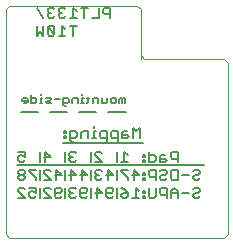
<source format=gbo>
G75*
%MOIN*%
%OFA0B0*%
%FSLAX25Y25*%
%IPPOS*%
%LPD*%
%AMOC8*
5,1,8,0,0,1.08239X$1,22.5*
%
%ADD10C,0.00000*%
%ADD11C,0.00500*%
%ADD12C,0.00600*%
D10*
X0004100Y0003487D02*
X0005350Y0002238D01*
X0076913Y0002238D01*
X0078163Y0003487D01*
X0078163Y0060675D01*
X0076913Y0061925D01*
X0050350Y0061925D01*
X0049100Y0063175D01*
X0049100Y0061925D01*
X0049100Y0063175D02*
X0049100Y0078488D01*
X0047850Y0079738D01*
X0005350Y0079738D01*
X0004100Y0078488D01*
X0004100Y0003487D01*
D11*
X0008198Y0015612D02*
X0010534Y0015612D01*
X0008198Y0017948D01*
X0008198Y0018532D01*
X0008782Y0019115D01*
X0009950Y0019115D01*
X0010534Y0018532D01*
X0011881Y0019115D02*
X0014217Y0019115D01*
X0014217Y0017364D01*
X0013049Y0017948D01*
X0012465Y0017948D01*
X0011881Y0017364D01*
X0011881Y0016196D01*
X0012465Y0015612D01*
X0013633Y0015612D01*
X0014217Y0016196D01*
X0015444Y0015612D02*
X0015444Y0019115D01*
X0016792Y0018532D02*
X0017376Y0019115D01*
X0018544Y0019115D01*
X0019128Y0018532D01*
X0020475Y0018532D02*
X0020475Y0016196D01*
X0021059Y0015612D01*
X0022227Y0015612D01*
X0022811Y0016196D01*
X0022227Y0017364D02*
X0020475Y0017364D01*
X0020475Y0018532D02*
X0021059Y0019115D01*
X0022227Y0019115D01*
X0022811Y0018532D01*
X0022811Y0017948D01*
X0022227Y0017364D01*
X0024038Y0019115D02*
X0024038Y0015612D01*
X0025386Y0016196D02*
X0025970Y0015612D01*
X0027138Y0015612D01*
X0027722Y0016196D01*
X0029069Y0016196D02*
X0029069Y0018532D01*
X0029653Y0019115D01*
X0030821Y0019115D01*
X0031405Y0018532D01*
X0031405Y0017948D01*
X0030821Y0017364D01*
X0029069Y0017364D01*
X0029069Y0016196D02*
X0029653Y0015612D01*
X0030821Y0015612D01*
X0031405Y0016196D01*
X0032632Y0015612D02*
X0032632Y0019115D01*
X0034564Y0019115D02*
X0036316Y0017364D01*
X0033980Y0017364D01*
X0034564Y0019115D02*
X0034564Y0015612D01*
X0037663Y0016196D02*
X0037663Y0018532D01*
X0038247Y0019115D01*
X0039415Y0019115D01*
X0039999Y0018532D01*
X0039999Y0017948D01*
X0039415Y0017364D01*
X0037663Y0017364D01*
X0037663Y0016196D02*
X0038247Y0015612D01*
X0039415Y0015612D01*
X0039999Y0016196D01*
X0041226Y0015612D02*
X0041226Y0019115D01*
X0042574Y0019115D02*
X0043742Y0018532D01*
X0044910Y0017364D01*
X0043158Y0017364D01*
X0042574Y0016780D01*
X0042574Y0016196D01*
X0043158Y0015612D01*
X0044326Y0015612D01*
X0044910Y0016196D01*
X0044910Y0017364D01*
X0046257Y0015612D02*
X0048593Y0015612D01*
X0049850Y0015612D02*
X0049850Y0016196D01*
X0050434Y0016196D01*
X0050434Y0015612D01*
X0049850Y0015612D01*
X0049850Y0017364D02*
X0050434Y0017364D01*
X0050434Y0017948D01*
X0049850Y0017948D01*
X0049850Y0017364D01*
X0048593Y0017948D02*
X0047425Y0019115D01*
X0047425Y0015612D01*
X0051782Y0016196D02*
X0052366Y0015612D01*
X0053534Y0015612D01*
X0054117Y0016196D01*
X0054117Y0019115D01*
X0055465Y0018532D02*
X0055465Y0017364D01*
X0056049Y0016780D01*
X0057801Y0016780D01*
X0057801Y0015612D02*
X0057801Y0019115D01*
X0056049Y0019115D01*
X0055465Y0018532D01*
X0056049Y0021612D02*
X0057217Y0021612D01*
X0057801Y0022196D01*
X0057217Y0023364D02*
X0056049Y0023364D01*
X0055465Y0022780D01*
X0055465Y0022196D01*
X0056049Y0021612D01*
X0054117Y0021612D02*
X0054117Y0025115D01*
X0052366Y0025115D01*
X0051782Y0024532D01*
X0051782Y0023364D01*
X0052366Y0022780D01*
X0054117Y0022780D01*
X0055465Y0024532D02*
X0056049Y0025115D01*
X0057217Y0025115D01*
X0057801Y0024532D01*
X0057801Y0023948D01*
X0057217Y0023364D01*
X0059148Y0022196D02*
X0059148Y0024532D01*
X0059732Y0025115D01*
X0061484Y0025115D01*
X0061484Y0021612D01*
X0059732Y0021612D01*
X0059148Y0022196D01*
X0060316Y0019115D02*
X0059148Y0017948D01*
X0059148Y0015612D01*
X0059148Y0017364D02*
X0061484Y0017364D01*
X0061484Y0017948D02*
X0060316Y0019115D01*
X0061484Y0017948D02*
X0061484Y0015612D01*
X0062832Y0017364D02*
X0065167Y0017364D01*
X0066515Y0016780D02*
X0066515Y0016196D01*
X0067099Y0015612D01*
X0068266Y0015612D01*
X0068850Y0016196D01*
X0068266Y0017364D02*
X0067099Y0017364D01*
X0066515Y0016780D01*
X0066515Y0018532D02*
X0067099Y0019115D01*
X0068266Y0019115D01*
X0068850Y0018532D01*
X0068850Y0017948D01*
X0068266Y0017364D01*
X0068266Y0021612D02*
X0067099Y0021612D01*
X0066515Y0022196D01*
X0066515Y0022780D01*
X0067099Y0023364D01*
X0068266Y0023364D01*
X0068850Y0023948D01*
X0068850Y0024532D01*
X0068266Y0025115D01*
X0067099Y0025115D01*
X0066515Y0024532D01*
X0065167Y0023364D02*
X0062832Y0023364D01*
X0061484Y0027612D02*
X0061484Y0031115D01*
X0059732Y0031115D01*
X0059148Y0030532D01*
X0059148Y0029364D01*
X0059732Y0028780D01*
X0061484Y0028780D01*
X0057801Y0028196D02*
X0057217Y0028780D01*
X0055465Y0028780D01*
X0055465Y0029364D02*
X0055465Y0027612D01*
X0057217Y0027612D01*
X0057801Y0028196D01*
X0057217Y0029948D02*
X0056049Y0029948D01*
X0055465Y0029364D01*
X0054117Y0029364D02*
X0053534Y0029948D01*
X0051782Y0029948D01*
X0051782Y0031115D02*
X0051782Y0027612D01*
X0053534Y0027612D01*
X0054117Y0028196D01*
X0054117Y0029364D01*
X0050434Y0029364D02*
X0050434Y0029948D01*
X0049850Y0029948D01*
X0049850Y0029364D01*
X0050434Y0029364D01*
X0050434Y0028196D02*
X0049850Y0028196D01*
X0049850Y0027612D01*
X0050434Y0027612D01*
X0050434Y0028196D01*
X0050434Y0023948D02*
X0049850Y0023948D01*
X0049850Y0023364D01*
X0050434Y0023364D01*
X0050434Y0023948D01*
X0050434Y0022196D02*
X0049850Y0022196D01*
X0049850Y0021612D01*
X0050434Y0021612D01*
X0050434Y0022196D01*
X0048593Y0023364D02*
X0046257Y0023364D01*
X0044910Y0022196D02*
X0044910Y0021612D01*
X0044910Y0022196D02*
X0042574Y0024532D01*
X0042574Y0025115D01*
X0044910Y0025115D01*
X0046841Y0025115D02*
X0048593Y0023364D01*
X0046841Y0025115D02*
X0046841Y0021612D01*
X0051782Y0019115D02*
X0051782Y0016196D01*
X0041226Y0021612D02*
X0041226Y0025115D01*
X0039999Y0023364D02*
X0037663Y0023364D01*
X0036316Y0024532D02*
X0035732Y0025115D01*
X0034564Y0025115D01*
X0033980Y0024532D01*
X0033980Y0023948D01*
X0034564Y0023364D01*
X0033980Y0022780D01*
X0033980Y0022196D01*
X0034564Y0021612D01*
X0035732Y0021612D01*
X0036316Y0022196D01*
X0035148Y0023364D02*
X0034564Y0023364D01*
X0032632Y0025115D02*
X0032632Y0021612D01*
X0031405Y0023364D02*
X0029069Y0023364D01*
X0027722Y0023364D02*
X0025386Y0023364D01*
X0025970Y0025115D02*
X0025970Y0021612D01*
X0027722Y0023364D02*
X0025970Y0025115D01*
X0024038Y0025115D02*
X0024038Y0021612D01*
X0022811Y0023364D02*
X0020475Y0023364D01*
X0019128Y0024532D02*
X0018544Y0025115D01*
X0017376Y0025115D01*
X0016792Y0024532D01*
X0016792Y0023948D01*
X0019128Y0021612D01*
X0016792Y0021612D01*
X0015444Y0021612D02*
X0015444Y0025115D01*
X0014217Y0025115D02*
X0011881Y0025115D01*
X0011881Y0024532D01*
X0014217Y0022196D01*
X0014217Y0021612D01*
X0010534Y0022196D02*
X0010534Y0022780D01*
X0009950Y0023364D01*
X0008782Y0023364D01*
X0008198Y0022780D01*
X0008198Y0022196D01*
X0008782Y0021612D01*
X0009950Y0021612D01*
X0010534Y0022196D01*
X0009950Y0023364D02*
X0010534Y0023948D01*
X0010534Y0024532D01*
X0009950Y0025115D01*
X0008782Y0025115D01*
X0008198Y0024532D01*
X0008198Y0023948D01*
X0008782Y0023364D01*
X0008782Y0027612D02*
X0009950Y0027612D01*
X0010534Y0028196D01*
X0010534Y0029364D02*
X0009366Y0029948D01*
X0008782Y0029948D01*
X0008198Y0029364D01*
X0008198Y0028196D01*
X0008782Y0027612D01*
X0010534Y0029364D02*
X0010534Y0031115D01*
X0008198Y0031115D01*
X0015444Y0031115D02*
X0015444Y0027612D01*
X0017376Y0027612D02*
X0017376Y0031115D01*
X0019128Y0029364D01*
X0016792Y0029364D01*
X0021059Y0025115D02*
X0022811Y0023364D01*
X0021059Y0025115D02*
X0021059Y0021612D01*
X0025386Y0018532D02*
X0025386Y0017948D01*
X0025970Y0017364D01*
X0025386Y0016780D01*
X0025386Y0016196D01*
X0025970Y0017364D02*
X0026554Y0017364D01*
X0025386Y0018532D02*
X0025970Y0019115D01*
X0027138Y0019115D01*
X0027722Y0018532D01*
X0029653Y0021612D02*
X0029653Y0025115D01*
X0031405Y0023364D01*
X0032632Y0027612D02*
X0032632Y0031115D01*
X0033980Y0030532D02*
X0033980Y0029948D01*
X0036316Y0027612D01*
X0033980Y0027612D01*
X0033980Y0030532D02*
X0034564Y0031115D01*
X0035732Y0031115D01*
X0036316Y0030532D01*
X0037801Y0034445D02*
X0037801Y0037948D01*
X0036049Y0037948D01*
X0035465Y0037364D01*
X0035465Y0036196D01*
X0036049Y0035613D01*
X0037801Y0035613D01*
X0039148Y0036196D02*
X0039148Y0037364D01*
X0039732Y0037948D01*
X0041484Y0037948D01*
X0041484Y0034445D01*
X0041484Y0035613D02*
X0039732Y0035613D01*
X0039148Y0036196D01*
X0042832Y0035613D02*
X0044583Y0035613D01*
X0045167Y0036196D01*
X0044583Y0036780D01*
X0042832Y0036780D01*
X0042832Y0037364D02*
X0042832Y0035613D01*
X0042832Y0037364D02*
X0043415Y0037948D01*
X0044583Y0037948D01*
X0046515Y0039115D02*
X0046515Y0035613D01*
X0047682Y0037948D02*
X0046515Y0039115D01*
X0047682Y0037948D02*
X0048850Y0039115D01*
X0048850Y0035613D01*
X0043742Y0031115D02*
X0043742Y0027612D01*
X0044910Y0027612D02*
X0042574Y0027612D01*
X0041226Y0027612D02*
X0041226Y0031115D01*
X0043742Y0031115D02*
X0044910Y0029948D01*
X0039999Y0023364D02*
X0038247Y0025115D01*
X0038247Y0021612D01*
X0027722Y0028196D02*
X0027138Y0027612D01*
X0025970Y0027612D01*
X0025386Y0028196D01*
X0025386Y0028780D01*
X0025970Y0029364D01*
X0026554Y0029364D01*
X0025970Y0029364D02*
X0025386Y0029948D01*
X0025386Y0030532D01*
X0025970Y0031115D01*
X0027138Y0031115D01*
X0027722Y0030532D01*
X0026811Y0034445D02*
X0026227Y0034445D01*
X0025644Y0035029D01*
X0025644Y0037948D01*
X0027395Y0037948D01*
X0027979Y0037364D01*
X0027979Y0036196D01*
X0027395Y0035613D01*
X0025644Y0035613D01*
X0024296Y0035613D02*
X0024296Y0036196D01*
X0023712Y0036196D01*
X0023712Y0035613D01*
X0024296Y0035613D01*
X0024296Y0037364D02*
X0023712Y0037364D01*
X0023712Y0037948D01*
X0024296Y0037948D01*
X0024296Y0037364D01*
X0029327Y0037364D02*
X0029327Y0035613D01*
X0029327Y0037364D02*
X0029911Y0037948D01*
X0031662Y0037948D01*
X0031662Y0035613D01*
X0032950Y0035613D02*
X0034117Y0035613D01*
X0033534Y0035613D02*
X0033534Y0037948D01*
X0034117Y0037948D01*
X0033534Y0039115D02*
X0033534Y0039699D01*
X0033209Y0047175D02*
X0033209Y0048526D01*
X0033659Y0048977D01*
X0035010Y0048977D01*
X0035010Y0047175D01*
X0036155Y0047175D02*
X0036155Y0048977D01*
X0036155Y0047175D02*
X0037507Y0047175D01*
X0037957Y0047625D01*
X0037957Y0048977D01*
X0039102Y0048526D02*
X0039552Y0048977D01*
X0040453Y0048977D01*
X0040903Y0048526D01*
X0040903Y0047625D01*
X0040453Y0047175D01*
X0039552Y0047175D01*
X0039102Y0047625D01*
X0039102Y0048526D01*
X0042048Y0048526D02*
X0042048Y0047175D01*
X0042949Y0047175D02*
X0042949Y0048526D01*
X0042499Y0048977D01*
X0042048Y0048526D01*
X0042949Y0048526D02*
X0043400Y0048977D01*
X0043850Y0048977D01*
X0043850Y0047175D01*
X0032064Y0048977D02*
X0031163Y0048977D01*
X0031614Y0049427D02*
X0031614Y0047625D01*
X0031163Y0047175D01*
X0030100Y0047175D02*
X0029199Y0047175D01*
X0029649Y0047175D02*
X0029649Y0048977D01*
X0030100Y0048977D01*
X0029649Y0049877D02*
X0029649Y0050328D01*
X0028135Y0048977D02*
X0026784Y0048977D01*
X0026334Y0048526D01*
X0026334Y0047175D01*
X0025189Y0047625D02*
X0025189Y0048526D01*
X0024738Y0048977D01*
X0023387Y0048977D01*
X0023387Y0046725D01*
X0023838Y0046274D01*
X0024288Y0046274D01*
X0024738Y0047175D02*
X0023387Y0047175D01*
X0022242Y0048526D02*
X0020441Y0048526D01*
X0019296Y0048526D02*
X0018845Y0048977D01*
X0017494Y0048977D01*
X0017945Y0048076D02*
X0018845Y0048076D01*
X0019296Y0048526D01*
X0019296Y0047175D02*
X0017945Y0047175D01*
X0017494Y0047625D01*
X0017945Y0048076D01*
X0016349Y0048977D02*
X0015899Y0048977D01*
X0015899Y0047175D01*
X0016349Y0047175D02*
X0015448Y0047175D01*
X0014385Y0047625D02*
X0014385Y0048526D01*
X0013934Y0048977D01*
X0012583Y0048977D01*
X0012583Y0049877D02*
X0012583Y0047175D01*
X0013934Y0047175D01*
X0014385Y0047625D01*
X0015899Y0049877D02*
X0015899Y0050328D01*
X0011438Y0048526D02*
X0011438Y0047625D01*
X0010988Y0047175D01*
X0010087Y0047175D01*
X0009637Y0048076D02*
X0011438Y0048076D01*
X0011438Y0048526D02*
X0010988Y0048977D01*
X0010087Y0048977D01*
X0009637Y0048526D01*
X0009637Y0048076D01*
X0024738Y0047175D02*
X0025189Y0047625D01*
X0028135Y0047175D02*
X0028135Y0048977D01*
X0024038Y0031115D02*
X0024038Y0027612D01*
X0016792Y0018532D02*
X0016792Y0017948D01*
X0019128Y0015612D01*
X0016792Y0015612D01*
X0068266Y0021612D02*
X0068850Y0022196D01*
D12*
X0070350Y0026612D02*
X0007850Y0026612D01*
X0023162Y0033800D02*
X0050037Y0033800D01*
X0044100Y0044425D02*
X0038303Y0044425D01*
X0034366Y0044425D02*
X0028569Y0044425D01*
X0024631Y0044425D02*
X0018834Y0044425D01*
X0014897Y0044425D02*
X0009100Y0044425D01*
X0014433Y0069725D02*
X0014433Y0073128D01*
X0015567Y0070859D02*
X0014433Y0069725D01*
X0015567Y0070859D02*
X0016701Y0069725D01*
X0016701Y0073128D01*
X0018116Y0072561D02*
X0020384Y0070292D01*
X0019817Y0069725D01*
X0018683Y0069725D01*
X0018116Y0070292D01*
X0018116Y0072561D01*
X0018683Y0073128D01*
X0019817Y0073128D01*
X0020384Y0072561D01*
X0020384Y0070292D01*
X0021799Y0069725D02*
X0024067Y0069725D01*
X0022933Y0069725D02*
X0022933Y0073128D01*
X0024067Y0071994D01*
X0025482Y0073128D02*
X0027751Y0073128D01*
X0026616Y0073128D02*
X0026616Y0069725D01*
X0026616Y0075725D02*
X0026616Y0079128D01*
X0027751Y0077994D01*
X0029165Y0079128D02*
X0031434Y0079128D01*
X0030299Y0079128D02*
X0030299Y0075725D01*
X0027751Y0075725D02*
X0025482Y0075725D01*
X0024067Y0076292D02*
X0023500Y0075725D01*
X0022366Y0075725D01*
X0021799Y0076292D01*
X0021799Y0076859D01*
X0022366Y0077426D01*
X0022933Y0077426D01*
X0022366Y0077426D02*
X0021799Y0077994D01*
X0021799Y0078561D01*
X0022366Y0079128D01*
X0023500Y0079128D01*
X0024067Y0078561D01*
X0020384Y0078561D02*
X0019817Y0079128D01*
X0018683Y0079128D01*
X0018116Y0078561D01*
X0018116Y0077994D01*
X0018683Y0077426D01*
X0018116Y0076859D01*
X0018116Y0076292D01*
X0018683Y0075725D01*
X0019817Y0075725D01*
X0020384Y0076292D01*
X0019250Y0077426D02*
X0018683Y0077426D01*
X0016701Y0075725D02*
X0014433Y0079128D01*
X0032848Y0075725D02*
X0035117Y0075725D01*
X0035117Y0079128D01*
X0036531Y0078561D02*
X0036531Y0077426D01*
X0037099Y0076859D01*
X0038800Y0076859D01*
X0038800Y0075725D02*
X0038800Y0079128D01*
X0037099Y0079128D01*
X0036531Y0078561D01*
M02*

</source>
